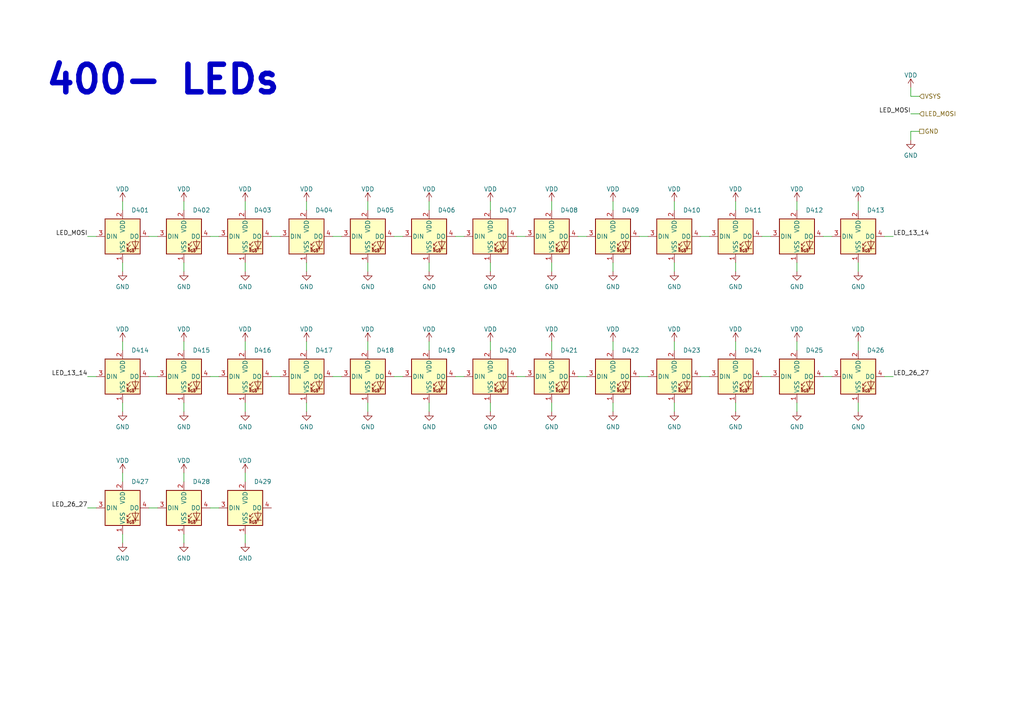
<source format=kicad_sch>
(kicad_sch (version 20230121) (generator eeschema)
  (paper "A4")
  (title_block (title "PMK_Keyboard") (date "2024-02-11") (rev "HW01") (company "PumaCorp") (comment 1 "Design by: NdG"))
  (lib_symbols
    (symbol "Component lib:YF923_2020_WS2812_LED" (pin_names (offset 0.254))
      (property "Reference" "D" (at 5.08 5.715 0))
      (property "Value" "YF923_2020_WS2812_LED" (at 1.27 -5.715 0))
      (symbol "YF923_2020_WS2812_LED_0_0"
        (text "RGB" (at 2.286 -4.191 0) (effects (font (size 0.762 0.762))))
      )
      (symbol "YF923_2020_WS2812_LED_0_1"
        (polyline (pts (xy 1.27 -3.556) (xy 1.778 -3.556)))
        (polyline (pts (xy 1.27 -2.54) (xy 1.778 -2.54)))
        (polyline (pts (xy 4.699 -3.556) (xy 2.667 -3.556)))
        (polyline (pts (xy 2.286 -2.54) (xy 1.27 -3.556) (xy 1.27 -3.048)))
        (polyline (pts (xy 2.286 -1.524) (xy 1.27 -2.54) (xy 1.27 -2.032)))
        (polyline (pts (xy 3.683 -1.016) (xy 3.683 -3.556) (xy 3.683 -4.064)))
        (polyline (pts (xy 4.699 -1.524) (xy 2.667 -1.524) (xy 3.683 -3.556) (xy 4.699 -1.524)))
        (rectangle (start 5.08 5.08) (end -5.08 -5.08) (stroke (width 0.254)) (fill (type background)))
      )
      (symbol "YF923_2020_WS2812_LED_1_1"
        (pin power_in line (at 0 -7.62 90) (length 2.54) (name "VSS") (number "1"))
        (pin power_in line (at 0 7.62 270) (length 2.54) (name "VDD") (number "2"))
        (pin input line (at -7.62 0 0) (length 2.54) (name "DIN") (number "3"))
        (pin output line (at 7.62 0 180) (length 2.54) (name "DO") (number "4"))
      )
    )
    (symbol "power:GND" (power) (pin_names (offset 0))
      (property "Value" "GND" (at 0 -3.81 0))
      (symbol "GND_0_1"
        (polyline (pts (xy 0 0) (xy 0 -1.27) (xy 1.27 -1.27) (xy 0 -2.54) (xy -1.27 -1.27) (xy 0 -1.27)))
      )
      (symbol "GND_1_1"
        (pin power_in line (at 0 0 270) (length 0) hide (name "GND") (number "1"))
      )
    )
    (symbol "power:VDD" (power) (pin_names (offset 0))
      (property "Value" "VDD" (at 0 3.81 0))
      (symbol "VDD_0_1"
        (polyline (pts (xy -0.762 1.27) (xy 0 2.54)))
        (polyline (pts (xy 0 0) (xy 0 2.54)))
        (polyline (pts (xy 0 2.54) (xy 0.762 1.27)))
      )
      (symbol "VDD_1_1"
        (pin power_in line (at 0 0 90) (length 0) hide (name "VDD") (number "1"))
      )
    )
  )
  (wire (pts (xy 142.24 76.2) (xy 142.24 78.74)))
  (wire (pts (xy 149.86 109.22) (xy 152.4 109.22)))
  (wire (pts (xy 124.46 99.06) (xy 124.46 101.6)))
  (wire (pts (xy 88.9 99.06) (xy 88.9 101.6)))
  (wire (pts (xy 35.56 58.42) (xy 35.56 60.96)))
  (wire (pts (xy 231.14 58.42) (xy 231.14 60.96)))
  (wire (pts (xy 213.36 99.06) (xy 213.36 101.6)))
  (wire (pts (xy 132.08 68.58) (xy 134.62 68.58)))
  (wire (pts (xy 195.58 99.06) (xy 195.58 101.6)))
  (wire (pts (xy 213.36 58.42) (xy 213.36 60.96)))
  (wire (pts (xy 35.56 76.2) (xy 35.56 78.74)))
  (wire (pts (xy 195.58 116.84) (xy 195.58 119.38)))
  (wire (pts (xy 114.3 109.22) (xy 116.84 109.22)))
  (wire (pts (xy 71.12 116.84) (xy 71.12 119.38)))
  (wire (pts (xy 203.2 109.22) (xy 205.74 109.22)))
  (wire (pts (xy 106.68 76.2) (xy 106.68 78.74)))
  (wire (pts (xy 203.2 68.58) (xy 205.74 68.58)))
  (wire (pts (xy 167.64 109.22) (xy 170.18 109.22)))
  (wire (pts (xy 71.12 76.2) (xy 71.12 78.74)))
  (wire (pts (xy 264.16 40.64) (xy 264.16 38.1)))
  (wire (pts (xy 88.9 76.2) (xy 88.9 78.74)))
  (wire (pts (xy 185.42 68.58) (xy 187.96 68.58)))
  (wire (pts (xy 160.02 58.42) (xy 160.02 60.96)))
  (wire (pts (xy 60.96 68.58) (xy 63.5 68.58)))
  (wire (pts (xy 231.14 99.06) (xy 231.14 101.6)))
  (wire (pts (xy 264.16 27.94) (xy 266.7 27.94)))
  (wire (pts (xy 256.54 109.22) (xy 259.08 109.22)))
  (wire (pts (xy 167.64 68.58) (xy 170.18 68.58)))
  (wire (pts (xy 43.18 109.22) (xy 45.72 109.22)))
  (wire (pts (xy 88.9 58.42) (xy 88.9 60.96)))
  (wire (pts (xy 96.52 68.58) (xy 99.06 68.58)))
  (wire (pts (xy 142.24 99.06) (xy 142.24 101.6)))
  (wire (pts (xy 53.34 116.84) (xy 53.34 119.38)))
  (wire (pts (xy 213.36 116.84) (xy 213.36 119.38)))
  (wire (pts (xy 35.56 99.06) (xy 35.56 101.6)))
  (wire (pts (xy 53.34 99.06) (xy 53.34 101.6)))
  (wire (pts (xy 35.56 154.94) (xy 35.56 157.48)))
  (wire (pts (xy 71.12 137.16) (xy 71.12 139.7)))
  (wire (pts (xy 177.8 58.42) (xy 177.8 60.96)))
  (wire (pts (xy 195.58 76.2) (xy 195.58 78.74)))
  (wire (pts (xy 106.68 99.06) (xy 106.68 101.6)))
  (wire (pts (xy 71.12 58.42) (xy 71.12 60.96)))
  (wire (pts (xy 53.34 76.2) (xy 53.34 78.74)))
  (wire (pts (xy 238.76 68.58) (xy 241.3 68.58)))
  (wire (pts (xy 114.3 68.58) (xy 116.84 68.58)))
  (wire (pts (xy 25.4 147.32) (xy 27.94 147.32)))
  (wire (pts (xy 35.56 137.16) (xy 35.56 139.7)))
  (wire (pts (xy 195.58 58.42) (xy 195.58 60.96)))
  (wire (pts (xy 264.16 33.02) (xy 266.7 33.02)))
  (wire (pts (xy 231.14 116.84) (xy 231.14 119.38)))
  (wire (pts (xy 248.92 76.2) (xy 248.92 78.74)))
  (wire (pts (xy 35.56 116.84) (xy 35.56 119.38)))
  (wire (pts (xy 160.02 76.2) (xy 160.02 78.74)))
  (wire (pts (xy 60.96 147.32) (xy 63.5 147.32)))
  (wire (pts (xy 264.16 38.1) (xy 266.7 38.1)))
  (wire (pts (xy 88.9 116.84) (xy 88.9 119.38)))
  (wire (pts (xy 264.16 25.4) (xy 264.16 27.94)))
  (wire (pts (xy 71.12 99.06) (xy 71.12 101.6)))
  (wire (pts (xy 213.36 76.2) (xy 213.36 78.74)))
  (wire (pts (xy 124.46 116.84) (xy 124.46 119.38)))
  (wire (pts (xy 53.34 58.42) (xy 53.34 60.96)))
  (wire (pts (xy 124.46 76.2) (xy 124.46 78.74)))
  (wire (pts (xy 106.68 116.84) (xy 106.68 119.38)))
  (wire (pts (xy 78.74 68.58) (xy 81.28 68.58)))
  (wire (pts (xy 231.14 76.2) (xy 231.14 78.74)))
  (wire (pts (xy 177.8 116.84) (xy 177.8 119.38)))
  (wire (pts (xy 60.96 109.22) (xy 63.5 109.22)))
  (wire (pts (xy 185.42 109.22) (xy 187.96 109.22)))
  (wire (pts (xy 96.52 109.22) (xy 99.06 109.22)))
  (wire (pts (xy 160.02 116.84) (xy 160.02 119.38)))
  (wire (pts (xy 238.76 109.22) (xy 241.3 109.22)))
  (wire (pts (xy 43.18 147.32) (xy 45.72 147.32)))
  (wire (pts (xy 160.02 99.06) (xy 160.02 101.6)))
  (wire (pts (xy 25.4 109.22) (xy 27.94 109.22)))
  (wire (pts (xy 25.4 68.58) (xy 27.94 68.58)))
  (wire (pts (xy 132.08 109.22) (xy 134.62 109.22)))
  (wire (pts (xy 149.86 68.58) (xy 152.4 68.58)))
  (wire (pts (xy 53.34 154.94) (xy 53.34 157.48)))
  (wire (pts (xy 142.24 58.42) (xy 142.24 60.96)))
  (wire (pts (xy 142.24 116.84) (xy 142.24 119.38)))
  (wire (pts (xy 256.54 68.58) (xy 259.08 68.58)))
  (wire (pts (xy 43.18 68.58) (xy 45.72 68.58)))
  (wire (pts (xy 53.34 137.16) (xy 53.34 139.7)))
  (wire (pts (xy 71.12 154.94) (xy 71.12 157.48)))
  (wire (pts (xy 124.46 58.42) (xy 124.46 60.96)))
  (wire (pts (xy 177.8 76.2) (xy 177.8 78.74)))
  (wire (pts (xy 248.92 58.42) (xy 248.92 60.96)))
  (wire (pts (xy 248.92 116.84) (xy 248.92 119.38)))
  (wire (pts (xy 248.92 99.06) (xy 248.92 101.6)))
  (wire (pts (xy 220.98 68.58) (xy 223.52 68.58)))
  (wire (pts (xy 177.8 99.06) (xy 177.8 101.6)))
  (wire (pts (xy 220.98 109.22) (xy 223.52 109.22)))
  (wire (pts (xy 78.74 109.22) (xy 81.28 109.22)))
  (wire (pts (xy 106.68 58.42) (xy 106.68 60.96)))
  (text "400- LEDs" (at 12.7 27.94 0) (effects (font (size 8 8) bold) (justify left bottom)))
  (label "LED_13_14" (at 259.08 68.58 0))
  (label "LED_26_27" (at 259.08 109.22 0))
  (label "LED_13_14" (at 25.4 109.22 180))
  (label "LED_MOSI" (at 264.16 33.02 180))
  (label "LED_MOSI" (at 25.4 68.58 180))
  (label "LED_26_27" (at 25.4 147.32 180))
  (hierarchical_label "LED_MOSI" (shape input) (at 266.7 33.02 0))
  (hierarchical_label "VSYS" (shape input) (at 266.7 27.94 0))
  (hierarchical_label "GND" (shape passive) (at 266.7 38.1 0))
  (symbol (lib_id "power:VDD") (at 35.56 137.16 0) (unit 1)
    (property "Reference" "#PWR0455" (effects hide))
    (property "Value" "VDD" (at 35.56 133.5842 0))
  )
  (symbol (lib_id "power:GND") (at 142.24 119.38 0) (unit 1)
    (property "Reference" "#PWR0448" (effects hide))
    (property "Value" "GND" (at 142.24 123.8234 0))
  )
  (symbol (lib_id "power:VDD") (at 142.24 99.06 0) (unit 1)
    (property "Reference" "#PWR0435" (effects hide))
    (property "Value" "VDD" (at 142.24 95.4842 0))
  )
  (symbol (lib_id "Component lib:YF923_2020_WS2812_LED") (at 106.68 68.58 0) (unit 1)
    (property "Reference" "D405" (at 111.76 60.96 0))
    (property "Value" "YF923_2020_WS2812_LED" (effects hide))
    (property "Footprint" "Component_lib:YF923_2020_WS2812_LED_DUALSIDE" (effects hide))
    (property "Datasheet" "https://fr.aliexpress.com/item/4000770210584.html?spm=a2g0o.order_list.order_list_main.4.702f5e5bJqEWkF&gatewayAdapt=glo2fra" (effects hide))
  )
  (symbol (lib_id "power:VDD") (at 35.56 58.42 0) (unit 1)
    (property "Reference" "#PWR0403" (effects hide))
    (property "Value" "VDD" (at 35.56 54.8442 0))
  )
  (symbol (lib_id "power:GND") (at 71.12 157.48 0) (unit 1)
    (property "Reference" "#PWR0463" (effects hide))
    (property "Value" "GND" (at 71.12 161.9234 0))
  )
  (symbol (lib_id "power:VDD") (at 71.12 58.42 0) (unit 1)
    (property "Reference" "#PWR0405" (effects hide))
    (property "Value" "VDD" (at 71.12 54.8442 0))
  )
  (symbol (lib_id "Component lib:YF923_2020_WS2812_LED") (at 195.58 68.58 0) (unit 1)
    (property "Reference" "D410" (at 200.66 60.96 0))
    (property "Value" "YF923_2020_WS2812_LED" (effects hide))
    (property "Footprint" "Component_lib:YF923_2020_WS2812_LED_DUALSIDE" (effects hide))
    (property "Datasheet" "https://fr.aliexpress.com/item/4000770210584.html?spm=a2g0o.order_list.order_list_main.4.702f5e5bJqEWkF&gatewayAdapt=glo2fra" (effects hide))
  )
  (symbol (lib_id "Component lib:YF923_2020_WS2812_LED") (at 177.8 68.58 0) (unit 1)
    (property "Reference" "D409" (at 182.88 60.96 0))
    (property "Value" "YF923_2020_WS2812_LED" (effects hide))
    (property "Footprint" "Component_lib:YF923_2020_WS2812_LED_DUALSIDE" (effects hide))
    (property "Datasheet" "https://fr.aliexpress.com/item/4000770210584.html?spm=a2g0o.order_list.order_list_main.4.702f5e5bJqEWkF&gatewayAdapt=glo2fra" (effects hide))
  )
  (symbol (lib_id "Component lib:YF923_2020_WS2812_LED") (at 177.8 109.22 0) (unit 1)
    (property "Reference" "D422" (at 182.88 101.6 0))
    (property "Value" "YF923_2020_WS2812_LED" (effects hide))
    (property "Footprint" "Component_lib:YF923_2020_WS2812_LED_DUALSIDE" (effects hide))
    (property "Datasheet" "https://fr.aliexpress.com/item/4000770210584.html?spm=a2g0o.order_list.order_list_main.4.702f5e5bJqEWkF&gatewayAdapt=glo2fra" (effects hide))
  )
  (symbol (lib_id "power:VDD") (at 124.46 58.42 0) (unit 1)
    (property "Reference" "#PWR0408" (effects hide))
    (property "Value" "VDD" (at 124.46 54.8442 0))
  )
  (symbol (lib_id "Component lib:YF923_2020_WS2812_LED") (at 160.02 109.22 0) (unit 1)
    (property "Reference" "D421" (at 165.1 101.6 0))
    (property "Value" "YF923_2020_WS2812_LED" (effects hide))
    (property "Footprint" "Component_lib:YF923_2020_WS2812_LED_DUALSIDE" (effects hide))
    (property "Datasheet" "https://fr.aliexpress.com/item/4000770210584.html?spm=a2g0o.order_list.order_list_main.4.702f5e5bJqEWkF&gatewayAdapt=glo2fra" (effects hide))
  )
  (symbol (lib_id "Component lib:YF923_2020_WS2812_LED") (at 142.24 68.58 0) (unit 1)
    (property "Reference" "D407" (at 147.32 60.96 0))
    (property "Value" "YF923_2020_WS2812_LED" (effects hide))
    (property "Footprint" "Component_lib:YF923_2020_WS2812_LED_DUALSIDE" (effects hide))
    (property "Datasheet" "https://fr.aliexpress.com/item/4000770210584.html?spm=a2g0o.order_list.order_list_main.4.702f5e5bJqEWkF&gatewayAdapt=glo2fra" (effects hide))
  )
  (symbol (lib_id "power:GND") (at 53.34 157.48 0) (unit 1)
    (property "Reference" "#PWR0462" (effects hide))
    (property "Value" "GND" (at 53.34 161.9234 0))
  )
  (symbol (lib_id "Component lib:YF923_2020_WS2812_LED") (at 248.92 109.22 0) (unit 1)
    (property "Reference" "D426" (at 254 101.6 0))
    (property "Value" "YF923_2020_WS2812_LED" (effects hide))
    (property "Footprint" "Component_lib:YF923_2020_WS2812_LED_DUALSIDE" (effects hide))
    (property "Datasheet" "https://fr.aliexpress.com/item/4000770210584.html?spm=a2g0o.order_list.order_list_main.4.702f5e5bJqEWkF&gatewayAdapt=glo2fra" (effects hide))
  )
  (symbol (lib_id "Component lib:YF923_2020_WS2812_LED") (at 160.02 68.58 0) (unit 1)
    (property "Reference" "D408" (at 165.1 60.96 0))
    (property "Value" "YF923_2020_WS2812_LED" (effects hide))
    (property "Footprint" "Component_lib:YF923_2020_WS2812_LED_DUALSIDE" (effects hide))
    (property "Datasheet" "https://fr.aliexpress.com/item/4000770210584.html?spm=a2g0o.order_list.order_list_main.4.702f5e5bJqEWkF&gatewayAdapt=glo2fra" (effects hide))
  )
  (symbol (lib_id "power:GND") (at 124.46 119.38 0) (unit 1)
    (property "Reference" "#PWR0447" (effects hide))
    (property "Value" "GND" (at 124.46 123.8234 0))
  )
  (symbol (lib_id "Component lib:YF923_2020_WS2812_LED") (at 248.92 68.58 0) (unit 1)
    (property "Reference" "D413" (at 254 60.96 0))
    (property "Value" "YF923_2020_WS2812_LED" (effects hide))
    (property "Footprint" "Component_lib:YF923_2020_WS2812_LED_DUALSIDE" (effects hide))
    (property "Datasheet" "https://fr.aliexpress.com/item/4000770210584.html?spm=a2g0o.order_list.order_list_main.4.702f5e5bJqEWkF&gatewayAdapt=glo2fra" (effects hide))
  )
  (symbol (lib_id "power:VDD") (at 248.92 58.42 0) (unit 1)
    (property "Reference" "#PWR0415" (effects hide))
    (property "Value" "VDD" (at 248.92 54.8442 0))
  )
  (symbol (lib_id "power:VDD") (at 53.34 137.16 0) (unit 1)
    (property "Reference" "#PWR0456" (effects hide))
    (property "Value" "VDD" (at 53.34 133.5842 0))
  )
  (symbol (lib_id "power:VDD") (at 35.56 99.06 0) (unit 1)
    (property "Reference" "#PWR0429" (effects hide))
    (property "Value" "VDD" (at 35.56 95.4842 0))
  )
  (symbol (lib_id "Component lib:YF923_2020_WS2812_LED") (at 71.12 147.32 0) (unit 1)
    (property "Reference" "D429" (at 76.2 139.7 0))
    (property "Value" "YF923_2020_WS2812_LED" (effects hide))
    (property "Footprint" "Component_lib:YF923_2020_WS2812_LED_DUALSIDE" (effects hide))
    (property "Datasheet" "https://fr.aliexpress.com/item/4000770210584.html?spm=a2g0o.order_list.order_list_main.4.702f5e5bJqEWkF&gatewayAdapt=glo2fra" (effects hide))
  )
  (symbol (lib_id "power:VDD") (at 264.16 25.4 0) (unit 1)
    (property "Reference" "#PWR0401" (effects hide))
    (property "Value" "VDD" (at 264.16 21.8242 0))
  )
  (symbol (lib_id "power:VDD") (at 124.46 99.06 0) (unit 1)
    (property "Reference" "#PWR0434" (effects hide))
    (property "Value" "VDD" (at 124.46 95.4842 0))
  )
  (symbol (lib_id "Component lib:YF923_2020_WS2812_LED") (at 35.56 109.22 0) (unit 1)
    (property "Reference" "D414" (at 40.64 101.6 0))
    (property "Value" "YF923_2020_WS2812_LED" (effects hide))
    (property "Footprint" "Component_lib:YF923_2020_WS2812_LED_DUALSIDE" (effects hide))
    (property "Datasheet" "https://fr.aliexpress.com/item/4000770210584.html?spm=a2g0o.order_list.order_list_main.4.702f5e5bJqEWkF&gatewayAdapt=glo2fra" (effects hide))
  )
  (symbol (lib_id "power:GND") (at 35.56 119.38 0) (unit 1)
    (property "Reference" "#PWR0442" (effects hide))
    (property "Value" "GND" (at 35.56 123.8234 0))
  )
  (symbol (lib_id "Component lib:YF923_2020_WS2812_LED") (at 106.68 109.22 0) (unit 1)
    (property "Reference" "D418" (at 111.76 101.6 0))
    (property "Value" "YF923_2020_WS2812_LED" (effects hide))
    (property "Footprint" "Component_lib:YF923_2020_WS2812_LED_DUALSIDE" (effects hide))
    (property "Datasheet" "https://fr.aliexpress.com/item/4000770210584.html?spm=a2g0o.order_list.order_list_main.4.702f5e5bJqEWkF&gatewayAdapt=glo2fra" (effects hide))
  )
  (symbol (lib_id "Component lib:YF923_2020_WS2812_LED") (at 88.9 68.58 0) (unit 1)
    (property "Reference" "D404" (at 93.98 60.96 0))
    (property "Value" "YF923_2020_WS2812_LED" (effects hide))
    (property "Footprint" "Component_lib:YF923_2020_WS2812_LED_DUALSIDE" (effects hide))
    (property "Datasheet" "https://fr.aliexpress.com/item/4000770210584.html?spm=a2g0o.order_list.order_list_main.4.702f5e5bJqEWkF&gatewayAdapt=glo2fra" (effects hide))
  )
  (symbol (lib_id "power:GND") (at 264.16 40.64 0) (unit 1)
    (property "Reference" "#PWR0402" (effects hide))
    (property "Value" "GND" (at 264.16 45.0834 0))
  )
  (symbol (lib_id "power:GND") (at 124.46 78.74 0) (unit 1)
    (property "Reference" "#PWR0421" (effects hide))
    (property "Value" "GND" (at 124.46 83.1834 0))
  )
  (symbol (lib_id "power:VDD") (at 195.58 99.06 0) (unit 1)
    (property "Reference" "#PWR0438" (effects hide))
    (property "Value" "VDD" (at 195.58 95.4842 0))
  )
  (symbol (lib_id "Component lib:YF923_2020_WS2812_LED") (at 71.12 109.22 0) (unit 1)
    (property "Reference" "D416" (at 76.2 101.6 0))
    (property "Value" "YF923_2020_WS2812_LED" (effects hide))
    (property "Footprint" "Component_lib:YF923_2020_WS2812_LED_DUALSIDE" (effects hide))
    (property "Datasheet" "https://fr.aliexpress.com/item/4000770210584.html?spm=a2g0o.order_list.order_list_main.4.702f5e5bJqEWkF&gatewayAdapt=glo2fra" (effects hide))
  )
  (symbol (lib_id "power:GND") (at 195.58 119.38 0) (unit 1)
    (property "Reference" "#PWR0451" (effects hide))
    (property "Value" "GND" (at 195.58 123.8234 0))
  )
  (symbol (lib_id "power:GND") (at 53.34 119.38 0) (unit 1)
    (property "Reference" "#PWR0443" (effects hide))
    (property "Value" "GND" (at 53.34 123.8234 0))
  )
  (symbol (lib_id "Component lib:YF923_2020_WS2812_LED") (at 213.36 109.22 0) (unit 1)
    (property "Reference" "D424" (at 218.44 101.6 0))
    (property "Value" "YF923_2020_WS2812_LED" (effects hide))
    (property "Footprint" "Component_lib:YF923_2020_WS2812_LED_DUALSIDE" (effects hide))
    (property "Datasheet" "https://fr.aliexpress.com/item/4000770210584.html?spm=a2g0o.order_list.order_list_main.4.702f5e5bJqEWkF&gatewayAdapt=glo2fra" (effects hide))
  )
  (symbol (lib_id "Component lib:YF923_2020_WS2812_LED") (at 231.14 68.58 0) (unit 1)
    (property "Reference" "D412" (at 236.22 60.96 0))
    (property "Value" "YF923_2020_WS2812_LED" (effects hide))
    (property "Footprint" "Component_lib:YF923_2020_WS2812_LED_DUALSIDE" (effects hide))
    (property "Datasheet" "https://fr.aliexpress.com/item/4000770210584.html?spm=a2g0o.order_list.order_list_main.4.702f5e5bJqEWkF&gatewayAdapt=glo2fra" (effects hide))
  )
  (symbol (lib_id "Component lib:YF923_2020_WS2812_LED") (at 124.46 109.22 0) (unit 1)
    (property "Reference" "D419" (at 129.54 101.6 0))
    (property "Value" "YF923_2020_WS2812_LED" (effects hide))
    (property "Footprint" "Component_lib:YF923_2020_WS2812_LED_DUALSIDE" (effects hide))
    (property "Datasheet" "https://fr.aliexpress.com/item/4000770210584.html?spm=a2g0o.order_list.order_list_main.4.702f5e5bJqEWkF&gatewayAdapt=glo2fra" (effects hide))
  )
  (symbol (lib_id "power:GND") (at 231.14 78.74 0) (unit 1)
    (property "Reference" "#PWR0427" (effects hide))
    (property "Value" "GND" (at 231.14 83.1834 0))
  )
  (symbol (lib_id "power:VDD") (at 195.58 58.42 0) (unit 1)
    (property "Reference" "#PWR0412" (effects hide))
    (property "Value" "VDD" (at 195.58 54.8442 0))
  )
  (symbol (lib_id "Component lib:YF923_2020_WS2812_LED") (at 142.24 109.22 0) (unit 1)
    (property "Reference" "D420" (at 147.32 101.6 0))
    (property "Value" "YF923_2020_WS2812_LED" (effects hide))
    (property "Footprint" "Component_lib:YF923_2020_WS2812_LED_DUALSIDE" (effects hide))
    (property "Datasheet" "https://fr.aliexpress.com/item/4000770210584.html?spm=a2g0o.order_list.order_list_main.4.702f5e5bJqEWkF&gatewayAdapt=glo2fra" (effects hide))
  )
  (symbol (lib_id "power:GND") (at 177.8 78.74 0) (unit 1)
    (property "Reference" "#PWR0424" (effects hide))
    (property "Value" "GND" (at 177.8 83.1834 0))
  )
  (symbol (lib_id "power:VDD") (at 106.68 58.42 0) (unit 1)
    (property "Reference" "#PWR0407" (effects hide))
    (property "Value" "VDD" (at 106.68 54.8442 0))
  )
  (symbol (lib_id "power:VDD") (at 88.9 99.06 0) (unit 1)
    (property "Reference" "#PWR0432" (effects hide))
    (property "Value" "VDD" (at 88.9 95.4842 0))
  )
  (symbol (lib_id "Component lib:YF923_2020_WS2812_LED") (at 213.36 68.58 0) (unit 1)
    (property "Reference" "D411" (at 218.44 60.96 0))
    (property "Value" "YF923_2020_WS2812_LED" (effects hide))
    (property "Footprint" "Component_lib:YF923_2020_WS2812_LED_DUALSIDE" (effects hide))
    (property "Datasheet" "https://fr.aliexpress.com/item/4000770210584.html?spm=a2g0o.order_list.order_list_main.4.702f5e5bJqEWkF&gatewayAdapt=glo2fra" (effects hide))
  )
  (symbol (lib_id "power:GND") (at 177.8 119.38 0) (unit 1)
    (property "Reference" "#PWR0450" (effects hide))
    (property "Value" "GND" (at 177.8 123.8234 0))
  )
  (symbol (lib_id "power:VDD") (at 213.36 58.42 0) (unit 1)
    (property "Reference" "#PWR0413" (effects hide))
    (property "Value" "VDD" (at 213.36 54.8442 0))
  )
  (symbol (lib_id "Component lib:YF923_2020_WS2812_LED") (at 53.34 68.58 0) (unit 1)
    (property "Reference" "D402" (at 58.42 60.96 0))
    (property "Value" "YF923_2020_WS2812_LED" (effects hide))
    (property "Footprint" "Component_lib:YF923_2020_WS2812_LED_DUALSIDE" (effects hide))
    (property "Datasheet" "https://fr.aliexpress.com/item/4000770210584.html?spm=a2g0o.order_list.order_list_main.4.702f5e5bJqEWkF&gatewayAdapt=glo2fra" (effects hide))
  )
  (symbol (lib_id "Component lib:YF923_2020_WS2812_LED") (at 124.46 68.58 0) (unit 1)
    (property "Reference" "D406" (at 129.54 60.96 0))
    (property "Value" "YF923_2020_WS2812_LED" (effects hide))
    (property "Footprint" "Component_lib:YF923_2020_WS2812_LED_DUALSIDE" (effects hide))
    (property "Datasheet" "https://fr.aliexpress.com/item/4000770210584.html?spm=a2g0o.order_list.order_list_main.4.702f5e5bJqEWkF&gatewayAdapt=glo2fra" (effects hide))
  )
  (symbol (lib_id "power:VDD") (at 53.34 58.42 0) (unit 1)
    (property "Reference" "#PWR0404" (effects hide))
    (property "Value" "VDD" (at 53.34 54.8442 0))
  )
  (symbol (lib_id "power:VDD") (at 213.36 99.06 0) (unit 1)
    (property "Reference" "#PWR0439" (effects hide))
    (property "Value" "VDD" (at 213.36 95.4842 0))
  )
  (symbol (lib_id "power:GND") (at 106.68 119.38 0) (unit 1)
    (property "Reference" "#PWR0446" (effects hide))
    (property "Value" "GND" (at 106.68 123.8234 0))
  )
  (symbol (lib_id "Component lib:YF923_2020_WS2812_LED") (at 35.56 147.32 0) (unit 1)
    (property "Reference" "D427" (at 40.64 139.7 0))
    (property "Value" "YF923_2020_WS2812_LED" (effects hide))
    (property "Footprint" "Component_lib:YF923_2020_WS2812_LED_DUALSIDE" (effects hide))
    (property "Datasheet" "https://fr.aliexpress.com/item/4000770210584.html?spm=a2g0o.order_list.order_list_main.4.702f5e5bJqEWkF&gatewayAdapt=glo2fra" (effects hide))
  )
  (symbol (lib_id "power:GND") (at 88.9 119.38 0) (unit 1)
    (property "Reference" "#PWR0445" (effects hide))
    (property "Value" "GND" (at 88.9 123.8234 0))
  )
  (symbol (lib_id "power:GND") (at 88.9 78.74 0) (unit 1)
    (property "Reference" "#PWR0419" (effects hide))
    (property "Value" "GND" (at 88.9 83.1834 0))
  )
  (symbol (lib_id "Component lib:YF923_2020_WS2812_LED") (at 35.56 68.58 0) (unit 1)
    (property "Reference" "D401" (at 40.64 60.96 0))
    (property "Value" "YF923_2020_WS2812_LED" (effects hide))
    (property "Footprint" "Component_lib:YF923_2020_WS2812_LED_DUALSIDE" (effects hide))
    (property "Datasheet" "https://fr.aliexpress.com/item/4000770210584.html?spm=a2g0o.order_list.order_list_main.4.702f5e5bJqEWkF&gatewayAdapt=glo2fra" (effects hide))
  )
  (symbol (lib_id "power:VDD") (at 88.9 58.42 0) (unit 1)
    (property "Reference" "#PWR0406" (effects hide))
    (property "Value" "VDD" (at 88.9 54.8442 0))
  )
  (symbol (lib_id "power:VDD") (at 71.12 137.16 0) (unit 1)
    (property "Reference" "#PWR0457" (effects hide))
    (property "Value" "VDD" (at 71.12 133.5842 0))
  )
  (symbol (lib_id "Component lib:YF923_2020_WS2812_LED") (at 195.58 109.22 0) (unit 1)
    (property "Reference" "D423" (at 200.66 101.6 0))
    (property "Value" "YF923_2020_WS2812_LED" (effects hide))
    (property "Footprint" "Component_lib:YF923_2020_WS2812_LED_DUALSIDE" (effects hide))
    (property "Datasheet" "https://fr.aliexpress.com/item/4000770210584.html?spm=a2g0o.order_list.order_list_main.4.702f5e5bJqEWkF&gatewayAdapt=glo2fra" (effects hide))
  )
  (symbol (lib_id "power:GND") (at 248.92 119.38 0) (unit 1)
    (property "Reference" "#PWR0454" (effects hide))
    (property "Value" "GND" (at 248.92 123.8234 0))
  )
  (symbol (lib_id "power:GND") (at 213.36 78.74 0) (unit 1)
    (property "Reference" "#PWR0426" (effects hide))
    (property "Value" "GND" (at 213.36 83.1834 0))
  )
  (symbol (lib_id "power:GND") (at 35.56 78.74 0) (unit 1)
    (property "Reference" "#PWR0416" (effects hide))
    (property "Value" "GND" (at 35.56 83.1834 0))
  )
  (symbol (lib_id "power:VDD") (at 53.34 99.06 0) (unit 1)
    (property "Reference" "#PWR0430" (effects hide))
    (property "Value" "VDD" (at 53.34 95.4842 0))
  )
  (symbol (lib_id "power:GND") (at 71.12 78.74 0) (unit 1)
    (property "Reference" "#PWR0418" (effects hide))
    (property "Value" "GND" (at 71.12 83.1834 0))
  )
  (symbol (lib_id "power:VDD") (at 106.68 99.06 0) (unit 1)
    (property "Reference" "#PWR0433" (effects hide))
    (property "Value" "VDD" (at 106.68 95.4842 0))
  )
  (symbol (lib_id "power:GND") (at 160.02 119.38 0) (unit 1)
    (property "Reference" "#PWR0449" (effects hide))
    (property "Value" "GND" (at 160.02 123.8234 0))
  )
  (symbol (lib_id "power:GND") (at 248.92 78.74 0) (unit 1)
    (property "Reference" "#PWR0428" (effects hide))
    (property "Value" "GND" (at 248.92 83.1834 0))
  )
  (symbol (lib_id "power:VDD") (at 142.24 58.42 0) (unit 1)
    (property "Reference" "#PWR0409" (effects hide))
    (property "Value" "VDD" (at 142.24 54.8442 0))
  )
  (symbol (lib_id "Component lib:YF923_2020_WS2812_LED") (at 53.34 147.32 0) (unit 1)
    (property "Reference" "D428" (at 58.42 139.7 0))
    (property "Value" "YF923_2020_WS2812_LED" (effects hide))
    (property "Footprint" "Component_lib:YF923_2020_WS2812_LED_DUALSIDE" (effects hide))
    (property "Datasheet" "https://fr.aliexpress.com/item/4000770210584.html?spm=a2g0o.order_list.order_list_main.4.702f5e5bJqEWkF&gatewayAdapt=glo2fra" (effects hide))
  )
  (symbol (lib_id "power:GND") (at 213.36 119.38 0) (unit 1)
    (property "Reference" "#PWR0452" (effects hide))
    (property "Value" "GND" (at 213.36 123.8234 0))
  )
  (symbol (lib_id "power:VDD") (at 177.8 99.06 0) (unit 1)
    (property "Reference" "#PWR0437" (effects hide))
    (property "Value" "VDD" (at 177.8 95.4842 0))
  )
  (symbol (lib_id "power:GND") (at 195.58 78.74 0) (unit 1)
    (property "Reference" "#PWR0425" (effects hide))
    (property "Value" "GND" (at 195.58 83.1834 0))
  )
  (symbol (lib_id "Component lib:YF923_2020_WS2812_LED") (at 53.34 109.22 0) (unit 1)
    (property "Reference" "D415" (at 58.42 101.6 0))
    (property "Value" "YF923_2020_WS2812_LED" (effects hide))
    (property "Footprint" "Component_lib:YF923_2020_WS2812_LED_DUALSIDE" (effects hide))
    (property "Datasheet" "https://fr.aliexpress.com/item/4000770210584.html?spm=a2g0o.order_list.order_list_main.4.702f5e5bJqEWkF&gatewayAdapt=glo2fra" (effects hide))
  )
  (symbol (lib_id "power:GND") (at 71.12 119.38 0) (unit 1)
    (property "Reference" "#PWR0444" (effects hide))
    (property "Value" "GND" (at 71.12 123.8234 0))
  )
  (symbol (lib_id "power:GND") (at 231.14 119.38 0) (unit 1)
    (property "Reference" "#PWR0453" (effects hide))
    (property "Value" "GND" (at 231.14 123.8234 0))
  )
  (symbol (lib_id "power:VDD") (at 231.14 58.42 0) (unit 1)
    (property "Reference" "#PWR0414" (effects hide))
    (property "Value" "VDD" (at 231.14 54.8442 0))
  )
  (symbol (lib_id "power:VDD") (at 231.14 99.06 0) (unit 1)
    (property "Reference" "#PWR0440" (effects hide))
    (property "Value" "VDD" (at 231.14 95.4842 0))
  )
  (symbol (lib_id "power:VDD") (at 160.02 99.06 0) (unit 1)
    (property "Reference" "#PWR0436" (effects hide))
    (property "Value" "VDD" (at 160.02 95.4842 0))
  )
  (symbol (lib_id "power:GND") (at 106.68 78.74 0) (unit 1)
    (property "Reference" "#PWR0420" (effects hide))
    (property "Value" "GND" (at 106.68 83.1834 0))
  )
  (symbol (lib_id "power:VDD") (at 71.12 99.06 0) (unit 1)
    (property "Reference" "#PWR0431" (effects hide))
    (property "Value" "VDD" (at 71.12 95.4842 0))
  )
  (symbol (lib_id "Component lib:YF923_2020_WS2812_LED") (at 88.9 109.22 0) (unit 1)
    (property "Reference" "D417" (at 93.98 101.6 0))
    (property "Value" "YF923_2020_WS2812_LED" (effects hide))
    (property "Footprint" "Component_lib:YF923_2020_WS2812_LED_DUALSIDE" (effects hide))
    (property "Datasheet" "https://fr.aliexpress.com/item/4000770210584.html?spm=a2g0o.order_list.order_list_main.4.702f5e5bJqEWkF&gatewayAdapt=glo2fra" (effects hide))
  )
  (symbol (lib_id "Component lib:YF923_2020_WS2812_LED") (at 231.14 109.22 0) (unit 1)
    (property "Reference" "D425" (at 236.22 101.6 0))
    (property "Value" "YF923_2020_WS2812_LED" (effects hide))
    (property "Footprint" "Component_lib:YF923_2020_WS2812_LED_DUALSIDE" (effects hide))
    (property "Datasheet" "https://fr.aliexpress.com/item/4000770210584.html?spm=a2g0o.order_list.order_list_main.4.702f5e5bJqEWkF&gatewayAdapt=glo2fra" (effects hide))
  )
  (symbol (lib_id "power:GND") (at 35.56 157.48 0) (unit 1)
    (property "Reference" "#PWR0461" (effects hide))
    (property "Value" "GND" (at 35.56 161.9234 0))
  )
  (symbol (lib_id "power:VDD") (at 177.8 58.42 0) (unit 1)
    (property "Reference" "#PWR0411" (effects hide))
    (property "Value" "VDD" (at 177.8 54.8442 0))
  )
  (symbol (lib_id "power:VDD") (at 160.02 58.42 0) (unit 1)
    (property "Reference" "#PWR0410" (effects hide))
    (property "Value" "VDD" (at 160.02 54.8442 0))
  )
  (symbol (lib_id "power:GND") (at 142.24 78.74 0) (unit 1)
    (property "Reference" "#PWR0422" (effects hide))
    (property "Value" "GND" (at 142.24 83.1834 0))
  )
  (symbol (lib_id "power:VDD") (at 248.92 99.06 0) (unit 1)
    (property "Reference" "#PWR0441" (effects hide))
    (property "Value" "VDD" (at 248.92 95.4842 0))
  )
  (symbol (lib_id "power:GND") (at 53.34 78.74 0) (unit 1)
    (property "Reference" "#PWR0417" (effects hide))
    (property "Value" "GND" (at 53.34 83.1834 0))
  )
  (symbol (lib_id "power:GND") (at 160.02 78.74 0) (unit 1)
    (property "Reference" "#PWR0423" (effects hide))
    (property "Value" "GND" (at 160.02 83.1834 0))
  )
  (symbol (lib_id "Component lib:YF923_2020_WS2812_LED") (at 71.12 68.58 0) (unit 1)
    (property "Reference" "D403" (at 76.2 60.96 0))
    (property "Value" "YF923_2020_WS2812_LED" (effects hide))
    (property "Footprint" "Component_lib:YF923_2020_WS2812_LED_DUALSIDE" (effects hide))
    (property "Datasheet" "https://fr.aliexpress.com/item/4000770210584.html?spm=a2g0o.order_list.order_list_main.4.702f5e5bJqEWkF&gatewayAdapt=glo2fra" (effects hide))
  )
)
</source>
